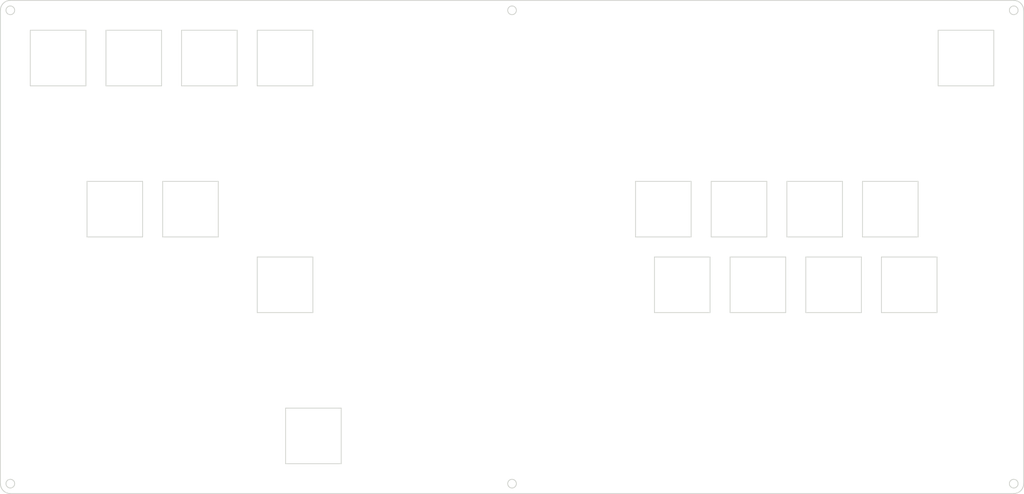
<source format=kicad_pcb>
(kicad_pcb (version 20171130) (host pcbnew 5.0.1)

  (general
    (thickness 1.6)
    (drawings 272)
    (tracks 0)
    (zones 0)
    (modules 0)
    (nets 1)
  )

  (page A4)
  (layers
    (0 F.Cu signal)
    (31 B.Cu signal)
    (32 B.Adhes user)
    (33 F.Adhes user)
    (34 B.Paste user)
    (35 F.Paste user)
    (36 B.SilkS user)
    (37 F.SilkS user)
    (38 B.Mask user)
    (39 F.Mask user)
    (40 Dwgs.User user)
    (41 Cmts.User user)
    (42 Eco1.User user)
    (43 Eco2.User user)
    (44 Edge.Cuts user)
    (45 Margin user)
    (46 B.CrtYd user)
    (47 F.CrtYd user)
    (48 B.Fab user)
    (49 F.Fab user)
  )

  (setup
    (last_trace_width 0.25)
    (trace_clearance 0.2)
    (zone_clearance 0.508)
    (zone_45_only no)
    (trace_min 0.2)
    (segment_width 0.2)
    (edge_width 0.15)
    (via_size 0.8)
    (via_drill 0.4)
    (via_min_size 0.4)
    (via_min_drill 0.3)
    (uvia_size 0.3)
    (uvia_drill 0.1)
    (uvias_allowed no)
    (uvia_min_size 0.2)
    (uvia_min_drill 0.1)
    (pcb_text_width 0.3)
    (pcb_text_size 1.5 1.5)
    (mod_edge_width 0.15)
    (mod_text_size 1 1)
    (mod_text_width 0.15)
    (pad_size 1.524 1.524)
    (pad_drill 0.762)
    (pad_to_mask_clearance 0.051)
    (solder_mask_min_width 0.25)
    (aux_axis_origin 0 0)
    (visible_elements FFFFFF7F)
    (pcbplotparams
      (layerselection 0x010fc_ffffffff)
      (usegerberextensions false)
      (usegerberattributes false)
      (usegerberadvancedattributes false)
      (creategerberjobfile false)
      (excludeedgelayer true)
      (linewidth 0.100000)
      (plotframeref false)
      (viasonmask false)
      (mode 1)
      (useauxorigin false)
      (hpglpennumber 1)
      (hpglpenspeed 20)
      (hpglpendiameter 15.000000)
      (psnegative false)
      (psa4output false)
      (plotreference true)
      (plotvalue true)
      (plotinvisibletext false)
      (padsonsilk false)
      (subtractmaskfromsilk false)
      (outputformat 1)
      (mirror false)
      (drillshape 0)
      (scaleselection 1)
      (outputdirectory "gerber-switch"))
  )

  (net 0 "")

  (net_class Default "This is the default net class."
    (clearance 0.2)
    (trace_width 0.25)
    (via_dia 0.8)
    (via_drill 0.4)
    (uvia_dia 0.3)
    (uvia_drill 0.1)
  )

  (gr_line (start 276.389 23.602) (end 276.146 23.359) (layer Edge.Cuts) (width 0.2))
  (gr_line (start 276.546 23.909) (end 276.389 23.602) (layer Edge.Cuts) (width 0.2))
  (gr_line (start 276.599 24.249) (end 276.546 23.909) (layer Edge.Cuts) (width 0.2))
  (gr_line (start 276.546 24.588) (end 276.599 24.249) (layer Edge.Cuts) (width 0.2))
  (gr_line (start 276.389 24.896) (end 276.546 24.588) (layer Edge.Cuts) (width 0.2))
  (gr_line (start 276.146 25.138) (end 276.389 24.896) (layer Edge.Cuts) (width 0.2))
  (gr_line (start 276.272 21.871) (end 276.456 21.94) (layer Edge.Cuts) (width 0.2))
  (gr_line (start 75.2101 67.3735) (end 75.2101 81.3745) (layer Edge.Cuts) (width 0.2))
  (gr_line (start 61.2108 67.3735) (end 75.2101 67.3735) (layer Edge.Cuts) (width 0.2))
  (gr_line (start 42.1607 81.3745) (end 42.1607 67.3735) (layer Edge.Cuts) (width 0.2))
  (gr_line (start 56.1601 81.3745) (end 42.1607 81.3745) (layer Edge.Cuts) (width 0.2))
  (gr_line (start 56.1601 67.3735) (end 56.1601 81.3745) (layer Edge.Cuts) (width 0.2))
  (gr_line (start 276.806 22.117) (end 276.969 22.226) (layer Edge.Cuts) (width 0.2))
  (gr_line (start 148.128 143.20983) (end 148.074 143.5502) (layer Edge.Cuts) (width 0.2))
  (gr_line (start 148.283 142.90252) (end 148.128 143.20983) (layer Edge.Cuts) (width 0.2))
  (gr_line (start 148.527 142.65999) (end 148.283 142.90252) (layer Edge.Cuts) (width 0.2))
  (gr_line (start 148.833 142.5029) (end 148.527 142.65999) (layer Edge.Cuts) (width 0.2))
  (gr_line (start 277.4 145.17353) (end 277.266 145.316846) (layer Edge.Cuts) (width 0.2))
  (gr_line (start 277.521 145.01919) (end 277.4 145.17353) (layer Edge.Cuts) (width 0.2))
  (gr_line (start 277.63 144.85658) (end 277.521 145.01919) (layer Edge.Cuts) (width 0.2))
  (gr_line (start 274.852 144.43904) (end 275.159 144.59613) (layer Edge.Cuts) (width 0.2))
  (gr_line (start 274.61 144.1965) (end 274.852 144.43904) (layer Edge.Cuts) (width 0.2))
  (gr_line (start 274.451 143.8892) (end 274.61 144.1965) (layer Edge.Cuts) (width 0.2))
  (gr_line (start 274.4 143.5502) (end 274.451 143.8892) (layer Edge.Cuts) (width 0.2))
  (gr_line (start 277.521 22.779) (end 277.63 22.941) (layer Edge.Cuts) (width 0.2))
  (gr_line (start 277.4 22.625) (end 277.521 22.779) (layer Edge.Cuts) (width 0.2))
  (gr_line (start 20.825885 145.01919) (end 20.717021 144.85658) (layer Edge.Cuts) (width 0.2))
  (gr_line (start 20.947152 145.17353) (end 20.825885 145.01919) (layer Edge.Cuts) (width 0.2))
  (gr_line (start 21.080823 145.316846) (end 20.947152 145.17353) (layer Edge.Cuts) (width 0.2))
  (gr_line (start 276.456 145.859795) (end 276.272 145.927318) (layer Edge.Cuts) (width 0.2))
  (gr_line (start 276.634 145.775734) (end 276.456 145.859795) (layer Edge.Cuts) (width 0.2))
  (gr_line (start 276.806 145.680648) (end 276.634 145.775734) (layer Edge.Cuts) (width 0.2))
  (gr_line (start 22.84885 144.64988) (end 23.18784 144.59613) (layer Edge.Cuts) (width 0.2))
  (gr_line (start 22.50847 144.59613) (end 22.84885 144.64988) (layer Edge.Cuts) (width 0.2))
  (gr_line (start 22.20117 144.43904) (end 22.50847 144.59613) (layer Edge.Cuts) (width 0.2))
  (gr_line (start 21.95863 144.1965) (end 22.20117 144.43904) (layer Edge.Cuts) (width 0.2))
  (gr_line (start 21.80154 143.8892) (end 21.95863 144.1965) (layer Edge.Cuts) (width 0.2))
  (gr_line (start 276.146 144.43904) (end 276.389 144.1965) (layer Edge.Cuts) (width 0.2))
  (gr_line (start 275.839 144.59613) (end 276.146 144.43904) (layer Edge.Cuts) (width 0.2))
  (gr_line (start 275.5 144.64988) (end 275.839 144.59613) (layer Edge.Cuts) (width 0.2))
  (gr_line (start 275.159 144.59613) (end 275.5 144.64988) (layer Edge.Cuts) (width 0.2))
  (gr_line (start 22.26456 145.979684) (end 22.07577 145.927318) (layer Edge.Cuts) (width 0.2))
  (gr_line (start 22.45611 146.019647) (end 22.26456 145.979684) (layer Edge.Cuts) (width 0.2))
  (gr_line (start 22.65179 146.041696) (end 22.45611 146.019647) (layer Edge.Cuts) (width 0.2))
  (gr_line (start 276.081 21.819) (end 276.272 21.871) (layer Edge.Cuts) (width 0.2))
  (gr_line (start 277.727 144.68433) (end 277.63 144.85658) (layer Edge.Cuts) (width 0.2))
  (gr_line (start 277.809 144.50656) (end 277.727 144.68433) (layer Edge.Cuts) (width 0.2))
  (gr_line (start 277.877 144.3219) (end 277.809 144.50656) (layer Edge.Cuts) (width 0.2))
  (gr_line (start 21.71334 145.775734) (end 21.54109 145.680648) (layer Edge.Cuts) (width 0.2))
  (gr_line (start 21.89111 145.859795) (end 21.71334 145.775734) (layer Edge.Cuts) (width 0.2))
  (gr_line (start 22.07577 145.927318) (end 21.89111 145.859795) (layer Edge.Cuts) (width 0.2))
  (gr_line (start 22.07577 21.871) (end 22.26456 21.819) (layer Edge.Cuts) (width 0.2))
  (gr_line (start 21.89111 21.94) (end 22.07577 21.871) (layer Edge.Cuts) (width 0.2))
  (gr_line (start 21.71334 22.021) (end 21.89111 21.94) (layer Edge.Cuts) (width 0.2))
  (gr_line (start 21.54109 22.117) (end 21.71334 22.021) (layer Edge.Cuts) (width 0.2))
  (gr_line (start 23.94854 143.5502) (end 23.89477 143.20983) (layer Edge.Cuts) (width 0.2))
  (gr_line (start 23.89477 143.8892) (end 23.94854 143.5502) (layer Edge.Cuts) (width 0.2))
  (gr_line (start 23.73768 144.1965) (end 23.89477 143.8892) (layer Edge.Cuts) (width 0.2))
  (gr_line (start 23.49515 144.43904) (end 23.73768 144.1965) (layer Edge.Cuts) (width 0.2))
  (gr_line (start 23.18784 144.59613) (end 23.49515 144.43904) (layer Edge.Cuts) (width 0.2))
  (gr_line (start 274.4 24.249) (end 274.451 24.588) (layer Edge.Cuts) (width 0.2))
  (gr_line (start 274.451 23.909) (end 274.4 24.249) (layer Edge.Cuts) (width 0.2))
  (gr_line (start 274.61 23.602) (end 274.451 23.909) (layer Edge.Cuts) (width 0.2))
  (gr_line (start 274.852 23.359) (end 274.61 23.602) (layer Edge.Cuts) (width 0.2))
  (gr_line (start 275.159 23.202) (end 274.852 23.359) (layer Edge.Cuts) (width 0.2))
  (gr_line (start 149.173 23.15) (end 148.833 23.202) (layer Edge.Cuts) (width 0.2))
  (gr_line (start 21.95863 23.602) (end 21.80154 23.909) (layer Edge.Cuts) (width 0.2))
  (gr_line (start 22.20117 23.359) (end 21.95863 23.602) (layer Edge.Cuts) (width 0.2))
  (gr_line (start 22.50847 23.202) (end 22.20117 23.359) (layer Edge.Cuts) (width 0.2))
  (gr_line (start 275.5 23.15) (end 275.159 23.202) (layer Edge.Cuts) (width 0.2))
  (gr_line (start 275.839 23.202) (end 275.5 23.15) (layer Edge.Cuts) (width 0.2))
  (gr_line (start 276.146 23.359) (end 275.839 23.202) (layer Edge.Cuts) (width 0.2))
  (gr_line (start 150.064 24.896) (end 150.219 24.588) (layer Edge.Cuts) (width 0.2))
  (gr_line (start 149.821 25.138) (end 150.064 24.896) (layer Edge.Cuts) (width 0.2))
  (gr_line (start 149.514 25.295) (end 149.821 25.138) (layer Edge.Cuts) (width 0.2))
  (gr_line (start 149.173 25.349) (end 149.514 25.295) (layer Edge.Cuts) (width 0.2))
  (gr_line (start 148.833 25.295) (end 149.173 25.349) (layer Edge.Cuts) (width 0.2))
  (gr_line (start 148.527 25.138) (end 148.833 25.295) (layer Edge.Cuts) (width 0.2))
  (gr_line (start 275.89 146.019647) (end 275.694 146.041696) (layer Edge.Cuts) (width 0.2))
  (gr_line (start 276.081 145.979684) (end 275.89 146.019647) (layer Edge.Cuts) (width 0.2))
  (gr_line (start 276.272 145.927318) (end 276.081 145.979684) (layer Edge.Cuts) (width 0.2))
  (gr_line (start 20.539254 144.50656) (end 20.470352 144.3219) (layer Edge.Cuts) (width 0.2))
  (gr_line (start 20.620557 144.68433) (end 20.539254 144.50656) (layer Edge.Cuts) (width 0.2))
  (gr_line (start 20.717021 144.85658) (end 20.620557 144.68433) (layer Edge.Cuts) (width 0.2))
  (gr_line (start 277.266 22.481) (end 277.4 22.625) (layer Edge.Cuts) (width 0.2))
  (gr_line (start 65.9733 43.275) (end 65.9733 29.273) (layer Edge.Cuts) (width 0.2))
  (gr_line (start 79.974 43.275) (end 65.9733 43.275) (layer Edge.Cuts) (width 0.2))
  (gr_line (start 79.974 29.273) (end 79.974 43.275) (layer Edge.Cuts) (width 0.2))
  (gr_line (start 65.9733 29.273) (end 79.974 29.273) (layer Edge.Cuts) (width 0.2))
  (gr_line (start 46.9232 43.275) (end 46.9232 29.273) (layer Edge.Cuts) (width 0.2))
  (gr_line (start 199.323 81.3745) (end 199.323 67.3735) (layer Edge.Cuts) (width 0.2))
  (gr_line (start 213.324 81.3745) (end 199.323 81.3745) (layer Edge.Cuts) (width 0.2))
  (gr_line (start 213.324 67.3735) (end 213.324 81.3745) (layer Edge.Cuts) (width 0.2))
  (gr_line (start 199.323 67.3735) (end 213.324 67.3735) (layer Edge.Cuts) (width 0.2))
  (gr_line (start 180.273 81.3745) (end 180.273 67.3735) (layer Edge.Cuts) (width 0.2))
  (gr_line (start 150.219 143.20983) (end 150.064 142.90252) (layer Edge.Cuts) (width 0.2))
  (gr_line (start 150.273 143.5502) (end 150.219 143.20983) (layer Edge.Cuts) (width 0.2))
  (gr_line (start 150.219 143.8892) (end 150.273 143.5502) (layer Edge.Cuts) (width 0.2))
  (gr_line (start 150.064 144.1965) (end 150.219 143.8892) (layer Edge.Cuts) (width 0.2))
  (gr_line (start 22.84885 146.048586) (end 22.65179 146.041696) (layer Edge.Cuts) (width 0.2))
  (gr_line (start 275.498 146.048586) (end 22.84885 146.048586) (layer Edge.Cuts) (width 0.2))
  (gr_line (start 275.694 146.041696) (end 275.498 146.048586) (layer Edge.Cuts) (width 0.2))
  (gr_line (start 21.74917 143.5502) (end 21.80154 143.8892) (layer Edge.Cuts) (width 0.2))
  (gr_line (start 21.80154 143.20983) (end 21.74917 143.5502) (layer Edge.Cuts) (width 0.2))
  (gr_line (start 21.95863 142.90252) (end 21.80154 143.20983) (layer Edge.Cuts) (width 0.2))
  (gr_line (start 22.20117 142.65999) (end 21.95863 142.90252) (layer Edge.Cuts) (width 0.2))
  (gr_line (start 22.50847 142.5029) (end 22.20117 142.65999) (layer Edge.Cuts) (width 0.2))
  (gr_line (start 22.84885 142.45051) (end 22.50847 142.5029) (layer Edge.Cuts) (width 0.2))
  (gr_line (start 23.18784 142.5029) (end 22.84885 142.45051) (layer Edge.Cuts) (width 0.2))
  (gr_line (start 23.49515 142.65999) (end 23.18784 142.5029) (layer Edge.Cuts) (width 0.2))
  (gr_line (start 23.73768 142.90252) (end 23.49515 142.65999) (layer Edge.Cuts) (width 0.2))
  (gr_line (start 23.89477 143.20983) (end 23.73768 142.90252) (layer Edge.Cuts) (width 0.2))
  (gr_line (start 276.969 145.571785) (end 276.806 145.680648) (layer Edge.Cuts) (width 0.2))
  (gr_line (start 277.123 145.450517) (end 276.969 145.571785) (layer Edge.Cuts) (width 0.2))
  (gr_line (start 277.266 145.316846) (end 277.123 145.450517) (layer Edge.Cuts) (width 0.2))
  (gr_line (start 149.514 23.202) (end 149.173 23.15) (layer Edge.Cuts) (width 0.2))
  (gr_line (start 149.821 23.359) (end 149.514 23.202) (layer Edge.Cuts) (width 0.2))
  (gr_line (start 150.064 23.602) (end 149.821 23.359) (layer Edge.Cuts) (width 0.2))
  (gr_line (start 150.219 23.909) (end 150.064 23.602) (layer Edge.Cuts) (width 0.2))
  (gr_line (start 150.273 24.249) (end 150.219 23.909) (layer Edge.Cuts) (width 0.2))
  (gr_line (start 150.219 24.588) (end 150.273 24.249) (layer Edge.Cuts) (width 0.2))
  (gr_line (start 20.417987 23.665) (end 20.470352 23.476) (layer Edge.Cuts) (width 0.2))
  (gr_line (start 20.379402 23.857) (end 20.417987 23.665) (layer Edge.Cuts) (width 0.2))
  (gr_line (start 20.355975 24.052) (end 20.379402 23.857) (layer Edge.Cuts) (width 0.2))
  (gr_line (start 277.929 144.13311) (end 277.877 144.3219) (layer Edge.Cuts) (width 0.2))
  (gr_line (start 277.969 143.94157) (end 277.929 144.13311) (layer Edge.Cuts) (width 0.2))
  (gr_line (start 277.991 143.74588) (end 277.969 143.94157) (layer Edge.Cuts) (width 0.2))
  (gr_line (start 194.274 81.3745) (end 180.273 81.3745) (layer Edge.Cuts) (width 0.2))
  (gr_line (start 194.274 67.3735) (end 194.274 81.3745) (layer Edge.Cuts) (width 0.2))
  (gr_line (start 180.273 67.3735) (end 194.274 67.3735) (layer Edge.Cuts) (width 0.2))
  (gr_line (start 61.2108 81.3745) (end 61.2108 67.3735) (layer Edge.Cuts) (width 0.2))
  (gr_line (start 75.2101 81.3745) (end 61.2108 81.3745) (layer Edge.Cuts) (width 0.2))
  (gr_line (start 85.0233 86.4235) (end 99.024 86.4235) (layer Edge.Cuts) (width 0.2))
  (gr_line (start 92.167 138.52448) (end 92.167 124.5236) (layer Edge.Cuts) (width 0.2))
  (gr_line (start 106.1663 138.52448) (end 92.167 138.52448) (layer Edge.Cuts) (width 0.2))
  (gr_line (start 106.1663 124.5236) (end 106.1663 138.52448) (layer Edge.Cuts) (width 0.2))
  (gr_line (start 92.167 124.5236) (end 106.1663 124.5236) (layer Edge.Cuts) (width 0.2))
  (gr_line (start 20.947152 22.625) (end 21.080823 22.481) (layer Edge.Cuts) (width 0.2))
  (gr_line (start 20.825885 22.779) (end 20.947152 22.625) (layer Edge.Cuts) (width 0.2))
  (gr_line (start 20.717021 22.941) (end 20.825885 22.779) (layer Edge.Cuts) (width 0.2))
  (gr_line (start 149.821 144.43904) (end 150.064 144.1965) (layer Edge.Cuts) (width 0.2))
  (gr_line (start 149.514 144.59613) (end 149.821 144.43904) (layer Edge.Cuts) (width 0.2))
  (gr_line (start 149.173 144.64988) (end 149.514 144.59613) (layer Edge.Cuts) (width 0.2))
  (gr_line (start 148.833 144.59613) (end 149.173 144.64988) (layer Edge.Cuts) (width 0.2))
  (gr_line (start 41.8741 29.273) (end 41.8741 43.275) (layer Edge.Cuts) (width 0.2))
  (gr_line (start 27.87319 29.273) (end 41.8741 29.273) (layer Edge.Cuts) (width 0.2))
  (gr_line (start 237.423 81.3745) (end 237.423 67.3735) (layer Edge.Cuts) (width 0.2))
  (gr_line (start 251.424 81.3745) (end 237.423 81.3745) (layer Edge.Cuts) (width 0.2))
  (gr_line (start 251.424 67.3735) (end 251.424 81.3745) (layer Edge.Cuts) (width 0.2))
  (gr_line (start 276.969 22.226) (end 277.123 22.348) (layer Edge.Cuts) (width 0.2))
  (gr_line (start 20.379402 143.94157) (end 20.355975 143.74588) (layer Edge.Cuts) (width 0.2))
  (gr_line (start 20.417987 144.13311) (end 20.379402 143.94157) (layer Edge.Cuts) (width 0.2))
  (gr_line (start 20.470352 144.3219) (end 20.417987 144.13311) (layer Edge.Cuts) (width 0.2))
  (gr_line (start 148.527 144.43904) (end 148.833 144.59613) (layer Edge.Cuts) (width 0.2))
  (gr_line (start 148.283 144.1965) (end 148.527 144.43904) (layer Edge.Cuts) (width 0.2))
  (gr_line (start 148.128 143.8892) (end 148.283 144.1965) (layer Edge.Cuts) (width 0.2))
  (gr_line (start 148.074 143.5502) (end 148.128 143.8892) (layer Edge.Cuts) (width 0.2))
  (gr_line (start 42.1607 67.3735) (end 56.1601 67.3735) (layer Edge.Cuts) (width 0.2))
  (gr_line (start 242.186 100.4245) (end 242.186 86.4235) (layer Edge.Cuts) (width 0.2))
  (gr_line (start 256.185 100.4245) (end 242.186 100.4245) (layer Edge.Cuts) (width 0.2))
  (gr_line (start 256.185 86.4235) (end 256.185 100.4245) (layer Edge.Cuts) (width 0.2))
  (gr_line (start 242.186 86.4235) (end 256.185 86.4235) (layer Edge.Cuts) (width 0.2))
  (gr_line (start 276.634 22.021) (end 276.806 22.117) (layer Edge.Cuts) (width 0.2))
  (gr_line (start 276.456 21.94) (end 276.634 22.021) (layer Edge.Cuts) (width 0.2))
  (gr_line (start 22.84885 23.15) (end 22.50847 23.202) (layer Edge.Cuts) (width 0.2))
  (gr_line (start 23.18784 23.202) (end 22.84885 23.15) (layer Edge.Cuts) (width 0.2))
  (gr_line (start 23.49515 23.359) (end 23.18784 23.202) (layer Edge.Cuts) (width 0.2))
  (gr_line (start 148.527 23.359) (end 148.283 23.602) (layer Edge.Cuts) (width 0.2))
  (gr_line (start 148.833 23.202) (end 148.527 23.359) (layer Edge.Cuts) (width 0.2))
  (gr_line (start 256.473 43.275) (end 256.473 29.273) (layer Edge.Cuts) (width 0.2))
  (gr_line (start 270.474 43.275) (end 256.473 43.275) (layer Edge.Cuts) (width 0.2))
  (gr_line (start 270.474 29.273) (end 270.474 43.275) (layer Edge.Cuts) (width 0.2))
  (gr_line (start 22.84885 21.748) (end 275.5 21.749) (layer Edge.Cuts) (width 0.2))
  (gr_line (start 22.65179 21.756) (end 22.84885 21.748) (layer Edge.Cuts) (width 0.2))
  (gr_line (start 22.45611 21.78) (end 22.65179 21.756) (layer Edge.Cuts) (width 0.2))
  (gr_line (start 22.26456 21.819) (end 22.45611 21.78) (layer Edge.Cuts) (width 0.2))
  (gr_line (start 276.546 143.20983) (end 276.389 142.90252) (layer Edge.Cuts) (width 0.2))
  (gr_line (start 276.599 143.5502) (end 276.546 143.20983) (layer Edge.Cuts) (width 0.2))
  (gr_line (start 276.546 143.8892) (end 276.599 143.5502) (layer Edge.Cuts) (width 0.2))
  (gr_line (start 276.389 144.1965) (end 276.546 143.8892) (layer Edge.Cuts) (width 0.2))
  (gr_line (start 21.37848 22.226) (end 21.54109 22.117) (layer Edge.Cuts) (width 0.2))
  (gr_line (start 21.224139 22.348) (end 21.37848 22.226) (layer Edge.Cuts) (width 0.2))
  (gr_line (start 21.080823 22.481) (end 21.224139 22.348) (layer Edge.Cuts) (width 0.2))
  (gr_line (start 21.224139 145.450517) (end 21.080823 145.316846) (layer Edge.Cuts) (width 0.2))
  (gr_line (start 21.37848 145.571785) (end 21.224139 145.450517) (layer Edge.Cuts) (width 0.2))
  (gr_line (start 21.54109 145.680648) (end 21.37848 145.571785) (layer Edge.Cuts) (width 0.2))
  (gr_line (start 223.136 100.4245) (end 223.136 86.4235) (layer Edge.Cuts) (width 0.2))
  (gr_line (start 237.135 100.4245) (end 223.136 100.4245) (layer Edge.Cuts) (width 0.2))
  (gr_line (start 237.135 86.4235) (end 237.135 100.4245) (layer Edge.Cuts) (width 0.2))
  (gr_line (start 223.136 86.4235) (end 237.135 86.4235) (layer Edge.Cuts) (width 0.2))
  (gr_line (start 204.086 100.4245) (end 204.086 86.4235) (layer Edge.Cuts) (width 0.2))
  (gr_line (start 256.473 29.273) (end 270.474 29.273) (layer Edge.Cuts) (width 0.2))
  (gr_line (start 85.0233 43.275) (end 85.0233 29.273) (layer Edge.Cuts) (width 0.2))
  (gr_line (start 99.024 43.275) (end 85.0233 43.275) (layer Edge.Cuts) (width 0.2))
  (gr_line (start 99.024 29.273) (end 99.024 43.275) (layer Edge.Cuts) (width 0.2))
  (gr_line (start 85.0233 29.273) (end 99.024 29.273) (layer Edge.Cuts) (width 0.2))
  (gr_line (start 274.451 143.20983) (end 274.4 143.5502) (layer Edge.Cuts) (width 0.2))
  (gr_line (start 274.61 142.90252) (end 274.451 143.20983) (layer Edge.Cuts) (width 0.2))
  (gr_line (start 274.852 142.65999) (end 274.61 142.90252) (layer Edge.Cuts) (width 0.2))
  (gr_line (start 275.159 142.5029) (end 274.852 142.65999) (layer Edge.Cuts) (width 0.2))
  (gr_line (start 23.73768 23.602) (end 23.49515 23.359) (layer Edge.Cuts) (width 0.2))
  (gr_line (start 23.89477 23.909) (end 23.73768 23.602) (layer Edge.Cuts) (width 0.2))
  (gr_line (start 23.94854 24.249) (end 23.89477 23.909) (layer Edge.Cuts) (width 0.2))
  (gr_line (start 23.89477 24.588) (end 23.94854 24.249) (layer Edge.Cuts) (width 0.2))
  (gr_line (start 23.73768 24.896) (end 23.89477 24.588) (layer Edge.Cuts) (width 0.2))
  (gr_line (start 23.49515 25.138) (end 23.73768 24.896) (layer Edge.Cuts) (width 0.2))
  (gr_line (start 23.18784 25.295) (end 23.49515 25.138) (layer Edge.Cuts) (width 0.2))
  (gr_line (start 277.999 143.54882) (end 277.991 143.74588) (layer Edge.Cuts) (width 0.2))
  (gr_line (start 277.999 24.249) (end 277.999 143.54882) (layer Edge.Cuts) (width 0.2))
  (gr_line (start 277.991 24.052) (end 277.999 24.249) (layer Edge.Cuts) (width 0.2))
  (gr_line (start 237.423 67.3735) (end 251.424 67.3735) (layer Edge.Cuts) (width 0.2))
  (gr_line (start 218.373 81.3745) (end 218.373 67.3735) (layer Edge.Cuts) (width 0.2))
  (gr_line (start 232.374 81.3745) (end 218.373 81.3745) (layer Edge.Cuts) (width 0.2))
  (gr_line (start 232.374 67.3735) (end 232.374 81.3745) (layer Edge.Cuts) (width 0.2))
  (gr_line (start 218.373 67.3735) (end 232.374 67.3735) (layer Edge.Cuts) (width 0.2))
  (gr_line (start 22.84885 25.349) (end 23.18784 25.295) (layer Edge.Cuts) (width 0.2))
  (gr_line (start 22.50847 25.295) (end 22.84885 25.349) (layer Edge.Cuts) (width 0.2))
  (gr_line (start 22.20117 25.138) (end 22.50847 25.295) (layer Edge.Cuts) (width 0.2))
  (gr_line (start 21.95863 24.896) (end 22.20117 25.138) (layer Edge.Cuts) (width 0.2))
  (gr_line (start 21.80154 24.588) (end 21.95863 24.896) (layer Edge.Cuts) (width 0.2))
  (gr_line (start 21.74917 24.249) (end 21.80154 24.588) (layer Edge.Cuts) (width 0.2))
  (gr_line (start 21.80154 23.909) (end 21.74917 24.249) (layer Edge.Cuts) (width 0.2))
  (gr_line (start 277.123 22.348) (end 277.266 22.481) (layer Edge.Cuts) (width 0.2))
  (gr_line (start 277.727 23.114) (end 277.809 23.291) (layer Edge.Cuts) (width 0.2))
  (gr_line (start 277.63 22.941) (end 277.727 23.114) (layer Edge.Cuts) (width 0.2))
  (gr_line (start 148.283 24.896) (end 148.527 25.138) (layer Edge.Cuts) (width 0.2))
  (gr_line (start 148.128 24.588) (end 148.283 24.896) (layer Edge.Cuts) (width 0.2))
  (gr_line (start 148.074 24.249) (end 148.128 24.588) (layer Edge.Cuts) (width 0.2))
  (gr_line (start 148.128 23.909) (end 148.074 24.249) (layer Edge.Cuts) (width 0.2))
  (gr_line (start 148.283 23.602) (end 148.128 23.909) (layer Edge.Cuts) (width 0.2))
  (gr_line (start 275.5 142.45051) (end 275.159 142.5029) (layer Edge.Cuts) (width 0.2))
  (gr_line (start 275.839 142.5029) (end 275.5 142.45051) (layer Edge.Cuts) (width 0.2))
  (gr_line (start 276.146 142.65999) (end 275.839 142.5029) (layer Edge.Cuts) (width 0.2))
  (gr_line (start 276.389 142.90252) (end 276.146 142.65999) (layer Edge.Cuts) (width 0.2))
  (gr_line (start 275.839 25.295) (end 276.146 25.138) (layer Edge.Cuts) (width 0.2))
  (gr_line (start 275.5 25.349) (end 275.839 25.295) (layer Edge.Cuts) (width 0.2))
  (gr_line (start 275.159 25.295) (end 275.5 25.349) (layer Edge.Cuts) (width 0.2))
  (gr_line (start 274.852 25.138) (end 275.159 25.295) (layer Edge.Cuts) (width 0.2))
  (gr_line (start 274.61 24.896) (end 274.852 25.138) (layer Edge.Cuts) (width 0.2))
  (gr_line (start 274.451 24.588) (end 274.61 24.896) (layer Edge.Cuts) (width 0.2))
  (gr_line (start 277.877 23.476) (end 277.929 23.665) (layer Edge.Cuts) (width 0.2))
  (gr_line (start 277.809 23.291) (end 277.877 23.476) (layer Edge.Cuts) (width 0.2))
  (gr_line (start 218.085 100.4245) (end 204.086 100.4245) (layer Edge.Cuts) (width 0.2))
  (gr_line (start 218.085 86.4235) (end 218.085 100.4245) (layer Edge.Cuts) (width 0.2))
  (gr_line (start 204.086 86.4235) (end 218.085 86.4235) (layer Edge.Cuts) (width 0.2))
  (gr_line (start 185.036 100.4245) (end 185.036 86.4235) (layer Edge.Cuts) (width 0.2))
  (gr_line (start 199.035 100.4245) (end 185.036 100.4245) (layer Edge.Cuts) (width 0.2))
  (gr_line (start 199.035 86.4235) (end 199.035 100.4245) (layer Edge.Cuts) (width 0.2))
  (gr_line (start 185.036 86.4235) (end 199.035 86.4235) (layer Edge.Cuts) (width 0.2))
  (gr_line (start 85.0233 100.4245) (end 85.0233 86.4235) (layer Edge.Cuts) (width 0.2))
  (gr_line (start 99.024 100.4245) (end 85.0233 100.4245) (layer Edge.Cuts) (width 0.2))
  (gr_line (start 99.024 86.4235) (end 99.024 100.4245) (layer Edge.Cuts) (width 0.2))
  (gr_line (start 20.349085 24.249) (end 20.355975 24.052) (layer Edge.Cuts) (width 0.2))
  (gr_line (start 20.347707 143.5502) (end 20.349085 24.249) (layer Edge.Cuts) (width 0.2))
  (gr_line (start 20.355975 143.74588) (end 20.347707 143.5502) (layer Edge.Cuts) (width 0.2))
  (gr_line (start 60.924 43.275) (end 46.9232 43.275) (layer Edge.Cuts) (width 0.2))
  (gr_line (start 60.924 29.273) (end 60.924 43.275) (layer Edge.Cuts) (width 0.2))
  (gr_line (start 46.9232 29.273) (end 60.924 29.273) (layer Edge.Cuts) (width 0.2))
  (gr_line (start 27.87319 43.275) (end 27.87319 29.273) (layer Edge.Cuts) (width 0.2))
  (gr_line (start 41.8741 43.275) (end 27.87319 43.275) (layer Edge.Cuts) (width 0.2))
  (gr_line (start 277.969 23.857) (end 277.991 24.052) (layer Edge.Cuts) (width 0.2))
  (gr_line (start 277.929 23.665) (end 277.969 23.857) (layer Edge.Cuts) (width 0.2))
  (gr_line (start 149.173 142.45051) (end 148.833 142.5029) (layer Edge.Cuts) (width 0.2))
  (gr_line (start 149.514 142.5029) (end 149.173 142.45051) (layer Edge.Cuts) (width 0.2))
  (gr_line (start 149.821 142.65999) (end 149.514 142.5029) (layer Edge.Cuts) (width 0.2))
  (gr_line (start 150.064 142.90252) (end 149.821 142.65999) (layer Edge.Cuts) (width 0.2))
  (gr_line (start 275.5 21.749) (end 275.694 21.756) (layer Edge.Cuts) (width 0.2))
  (gr_line (start 20.620557 23.114) (end 20.717021 22.941) (layer Edge.Cuts) (width 0.2))
  (gr_line (start 20.539254 23.291) (end 20.620557 23.114) (layer Edge.Cuts) (width 0.2))
  (gr_line (start 20.470352 23.476) (end 20.539254 23.291) (layer Edge.Cuts) (width 0.2))
  (gr_line (start 275.694 21.756) (end 275.89 21.78) (layer Edge.Cuts) (width 0.2))
  (gr_line (start 275.89 21.78) (end 276.081 21.819) (layer Edge.Cuts) (width 0.2))

)

</source>
